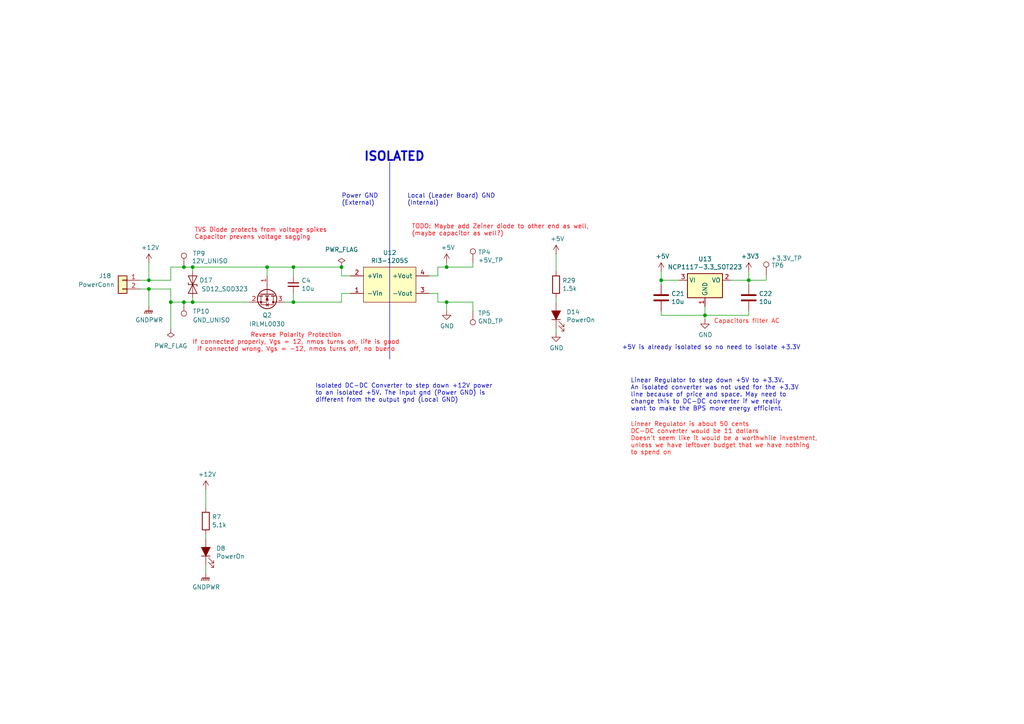
<source format=kicad_sch>
(kicad_sch (version 20231120) (generator "eeschema") (generator_version "8.0")
  (paper "A4")
  (lib_symbols
    (symbol "Connector:TestPoint" (pin_numbers hide) (pin_names (offset 0.762) hide)
      (property "Reference" "TP" (at 0 6.858 0))
      (property "Value" "TestPoint" (at 0 5.08 0))
      (symbol "TestPoint_0_1"
        (circle (center 0 3.302) (radius 0.762))
      )
      (symbol "TestPoint_1_1"
        (pin passive line (at 0 0 90) (length 2.54) (name "1") (number "1"))
      )
    )
    (symbol "Connector_Generic:Conn_01x02" (pin_names (offset 1.016) hide)
      (property "Reference" "J" (at 0 2.54 0))
      (property "Value" "Conn_01x02" (at 0 -5.08 0))
      (symbol "Conn_01x02_1_1"
        (rectangle (start -1.27 -2.413) (end 0 -2.667) (stroke (width 0.1524)))
        (rectangle (start -1.27 0.127) (end 0 -0.127) (stroke (width 0.1524)))
        (rectangle (start -1.27 1.27) (end 1.27 -3.81) (stroke (width 0.254)) (fill (type background)))
        (pin passive line (at -5.08 0 0) (length 3.81) (name "Pin_1") (number "1"))
        (pin passive line (at -5.08 -2.54 0) (length 3.81) (name "Pin_2") (number "2"))
      )
    )
    (symbol "Dashboard-rescue:RI3-1205S-utsvt-power-regulators" (pin_names (offset 1.016))
      (property "Reference" "U" (at 0 3.81 0))
      (property "Value" "RI3-1205S-utsvt-power-regulators" (at 0 1.27 0))
      (symbol "RI3-1205S-utsvt-power-regulators_0_1"
        (rectangle (start -7.62 0) (end 7.62 -10.16) (fill (type background)))
      )
      (symbol "RI3-1205S-utsvt-power-regulators_1_1"
        (pin input line (at -11.43 -7.62 0) (length 3.81) (name "-Vin") (number "1"))
        (pin power_in line (at -11.43 -2.54 0) (length 3.81) (name "+Vin") (number "2"))
        (pin power_out line (at 11.43 -7.62 180) (length 3.81) (name "-Vout") (number "3"))
        (pin power_out line (at 11.43 -2.54 180) (length 3.81) (name "+Vout") (number "4"))
      )
    )
    (symbol "Device:C" (pin_numbers hide) (pin_names (offset 0.254))
      (property "Reference" "C" (at 0.635 2.54 0))
      (property "Value" "C" (at 0.635 -2.54 0))
      (symbol "C_0_1"
        (polyline (pts (xy -2.032 -0.762) (xy 2.032 -0.762)) (stroke (width 0.508)))
        (polyline (pts (xy -2.032 0.762) (xy 2.032 0.762)) (stroke (width 0.508)))
      )
      (symbol "C_1_1"
        (pin passive line (at 0 3.81 270) (length 2.794) (name "~") (number "1"))
        (pin passive line (at 0 -3.81 90) (length 2.794) (name "~") (number "2"))
      )
    )
    (symbol "Device:C_Small" (pin_numbers hide) (pin_names (offset 0.254) hide)
      (property "Reference" "C" (at 0.254 1.778 0))
      (property "Value" "C_Small" (at 0.254 -2.032 0))
      (symbol "C_Small_0_1"
        (polyline (pts (xy -1.524 -0.508) (xy 1.524 -0.508)) (stroke (width 0.3302)))
        (polyline (pts (xy -1.524 0.508) (xy 1.524 0.508)) (stroke (width 0.3048)))
      )
      (symbol "C_Small_1_1"
        (pin passive line (at 0 2.54 270) (length 2.032) (name "~") (number "1"))
        (pin passive line (at 0 -2.54 90) (length 2.032) (name "~") (number "2"))
      )
    )
    (symbol "Device:LED_ALT" (pin_numbers hide) (pin_names (offset 1.016) hide)
      (property "Reference" "D" (at 0 2.54 0))
      (property "Value" "Device_LED_ALT" (at 0 -2.54 0))
      (symbol "LED_ALT_0_1"
        (polyline (pts (xy -1.27 -1.27) (xy -1.27 1.27)) (stroke (width 0.2032)))
        (polyline (pts (xy -1.27 0) (xy 1.27 0)))
        (polyline (pts (xy 1.27 -1.27) (xy 1.27 1.27) (xy -1.27 0) (xy 1.27 -1.27)) (stroke (width 0.2032)) (fill (type outline)))
        (polyline (pts (xy -3.048 -0.762) (xy -4.572 -2.286) (xy -3.81 -2.286) (xy -4.572 -2.286) (xy -4.572 -1.524)))
        (polyline (pts (xy -1.778 -0.762) (xy -3.302 -2.286) (xy -2.54 -2.286) (xy -3.302 -2.286) (xy -3.302 -1.524)))
      )
      (symbol "LED_ALT_1_1"
        (pin passive line (at -3.81 0 0) (length 2.54) (name "K") (number "1"))
        (pin passive line (at 3.81 0 180) (length 2.54) (name "A") (number "2"))
      )
    )
    (symbol "Device:R" (pin_numbers hide) (pin_names (offset 0))
      (property "Reference" "R" (at 2.032 0 90))
      (property "Value" "R" (at 0 0 90))
      (symbol "R_0_1"
        (rectangle (start -1.016 -2.54) (end 1.016 2.54) (stroke (width 0.254)))
      )
      (symbol "R_1_1"
        (pin passive line (at 0 3.81 270) (length 1.27) (name "~") (number "1"))
        (pin passive line (at 0 -3.81 90) (length 1.27) (name "~") (number "2"))
      )
    )
    (symbol "Diode:SD12_SOD323" (pin_numbers hide) (pin_names (offset 1.016) hide)
      (property "Reference" "D" (at 0 2.54 0))
      (property "Value" "SD12_SOD323" (at 0 -2.54 0))
      (symbol "SD12_SOD323_0_1"
        (polyline (pts (xy 1.27 0) (xy -1.27 0)))
        (polyline (pts (xy -2.54 -1.27) (xy 0 0) (xy -2.54 1.27) (xy -2.54 -1.27)) (stroke (width 0.2032)))
        (polyline (pts (xy 0.508 1.27) (xy 0 1.27) (xy 0 -1.27) (xy -0.508 -1.27)) (stroke (width 0.2032)))
        (polyline (pts (xy 2.54 1.27) (xy 2.54 -1.27) (xy 0 0) (xy 2.54 1.27)) (stroke (width 0.2032)))
      )
      (symbol "SD12_SOD323_1_1"
        (pin passive line (at -3.81 0 0) (length 2.54) (name "A1") (number "1"))
        (pin passive line (at 3.81 0 180) (length 2.54) (name "A2") (number "2"))
      )
    )
    (symbol "Regulator_Linear:LD1117S33TR_SOT223"
      (property "Reference" "U" (at -3.81 3.175 0))
      (property "Value" "LD1117S33TR_SOT223" (at 0 3.175 0))
      (symbol "LD1117S33TR_SOT223_0_1"
        (rectangle (start -5.08 -5.08) (end 5.08 1.905) (stroke (width 0.254)) (fill (type background)))
      )
      (symbol "LD1117S33TR_SOT223_1_1"
        (pin power_in line (at 0 -7.62 90) (length 2.54) (name "GND") (number "1"))
        (pin power_out line (at 7.62 0 180) (length 2.54) (name "VO") (number "2"))
        (pin power_in line (at -7.62 0 0) (length 2.54) (name "VI") (number "3"))
      )
    )
    (symbol "Transistor_FET:IRLML0030" (pin_names hide)
      (property "Reference" "Q" (at 5.08 1.905 0))
      (property "Value" "IRLML0030" (at 5.08 0 0))
      (symbol "IRLML0030_0_1"
        (polyline (pts (xy 0.254 0) (xy -2.54 0)))
        (polyline (pts (xy 0.254 1.905) (xy 0.254 -1.905)) (stroke (width 0.254)))
        (polyline (pts (xy 0.762 -1.27) (xy 0.762 -2.286)) (stroke (width 0.254)))
        (polyline (pts (xy 0.762 0.508) (xy 0.762 -0.508)) (stroke (width 0.254)))
        (polyline (pts (xy 0.762 2.286) (xy 0.762 1.27)) (stroke (width 0.254)))
        (polyline (pts (xy 2.54 2.54) (xy 2.54 1.778)))
        (polyline (pts (xy 2.54 -2.54) (xy 2.54 0) (xy 0.762 0)))
        (polyline (pts (xy 0.762 -1.778) (xy 3.302 -1.778) (xy 3.302 1.778) (xy 0.762 1.778)))
        (polyline (pts (xy 1.016 0) (xy 2.032 0.381) (xy 2.032 -0.381) (xy 1.016 0)) (fill (type outline)))
        (polyline (pts (xy 2.794 0.508) (xy 2.921 0.381) (xy 3.683 0.381) (xy 3.81 0.254)))
        (polyline (pts (xy 3.302 0.381) (xy 2.921 -0.254) (xy 3.683 -0.254) (xy 3.302 0.381)))
        (circle (center 1.651 0) (radius 2.794) (stroke (width 0.254)))
        (circle (center 2.54 -1.778) (radius 0.254) (fill (type outline)))
        (circle (center 2.54 1.778) (radius 0.254) (fill (type outline)))
      )
      (symbol "IRLML0030_1_1"
        (pin input line (at -5.08 0 0) (length 2.54) (name "G") (number "1"))
        (pin passive line (at 2.54 -5.08 90) (length 2.54) (name "S") (number "2"))
        (pin passive line (at 2.54 5.08 270) (length 2.54) (name "D") (number "3"))
      )
    )
    (symbol "power:+12V" (power) (pin_numbers hide) (pin_names (offset 0) hide)
      (property "Value" "+12V" (at 0 3.556 0))
      (symbol "+12V_0_1"
        (polyline (pts (xy -0.762 1.27) (xy 0 2.54)))
        (polyline (pts (xy 0 0) (xy 0 2.54)))
        (polyline (pts (xy 0 2.54) (xy 0.762 1.27)))
      )
      (symbol "+12V_1_1"
        (pin power_in line (at 0 0 90) (length 0) (name "~") (number "1"))
      )
    )
    (symbol "power:+3.3V" (power) (pin_numbers hide) (pin_names (offset 0) hide)
      (property "Value" "+3.3V" (at 0 3.556 0))
      (symbol "+3.3V_0_1"
        (polyline (pts (xy -0.762 1.27) (xy 0 2.54)))
        (polyline (pts (xy 0 0) (xy 0 2.54)))
        (polyline (pts (xy 0 2.54) (xy 0.762 1.27)))
      )
      (symbol "+3.3V_1_1"
        (pin power_in line (at 0 0 90) (length 0) (name "~") (number "1"))
      )
    )
    (symbol "power:+5V" (power) (pin_numbers hide) (pin_names (offset 0) hide)
      (property "Value" "+5V" (at 0 3.556 0))
      (symbol "+5V_0_1"
        (polyline (pts (xy -0.762 1.27) (xy 0 2.54)))
        (polyline (pts (xy 0 0) (xy 0 2.54)))
        (polyline (pts (xy 0 2.54) (xy 0.762 1.27)))
      )
      (symbol "+5V_1_1"
        (pin power_in line (at 0 0 90) (length 0) (name "~") (number "1"))
      )
    )
    (symbol "power:GND" (power) (pin_numbers hide) (pin_names (offset 0) hide)
      (property "Value" "GND" (at 0 -3.81 0))
      (symbol "GND_0_1"
        (polyline (pts (xy 0 0) (xy 0 -1.27) (xy 1.27 -1.27) (xy 0 -2.54) (xy -1.27 -1.27) (xy 0 -1.27)))
      )
      (symbol "GND_1_1"
        (pin power_in line (at 0 0 270) (length 0) (name "~") (number "1"))
      )
    )
    (symbol "power:GNDPWR" (power) (pin_numbers hide) (pin_names (offset 0) hide)
      (property "Value" "GNDPWR" (at 0 -3.302 0))
      (symbol "GNDPWR_0_1"
        (polyline (pts (xy 0 -1.27) (xy 0 0)))
        (polyline (pts (xy -1.016 -1.27) (xy -1.27 -2.032) (xy -1.27 -2.032)) (stroke (width 0.2032)))
        (polyline (pts (xy -0.508 -1.27) (xy -0.762 -2.032) (xy -0.762 -2.032)) (stroke (width 0.2032)))
        (polyline (pts (xy 0 -1.27) (xy -0.254 -2.032) (xy -0.254 -2.032)) (stroke (width 0.2032)))
        (polyline (pts (xy 0.508 -1.27) (xy 0.254 -2.032) (xy 0.254 -2.032)) (stroke (width 0.2032)))
        (polyline (pts (xy 1.016 -1.27) (xy -1.016 -1.27) (xy -1.016 -1.27)) (stroke (width 0.2032)))
        (polyline (pts (xy 1.016 -1.27) (xy 0.762 -2.032) (xy 0.762 -2.032) (xy 0.762 -2.032)) (stroke (width 0.2032)))
      )
      (symbol "GNDPWR_1_1"
        (pin power_in line (at 0 0 270) (length 0) (name "~") (number "1"))
      )
    )
    (symbol "power:PWR_FLAG" (power) (pin_numbers hide) (pin_names (offset 0) hide)
      (property "Value" "PWR_FLAG" (at 0 3.81 0))
      (symbol "PWR_FLAG_0_0"
        (pin power_out line (at 0 0 90) (length 0) (name "~") (number "1"))
      )
      (symbol "PWR_FLAG_0_1"
        (polyline (pts (xy 0 0) (xy 0 1.27) (xy -1.016 1.905) (xy 0 2.54) (xy 1.016 1.905) (xy 0 1.27)))
      )
    )
  )
  (junction (at 85.09 87.63))
  (junction (at 77.47 77.47))
  (junction (at 191.77 81.28))
  (junction (at 99.06 77.47))
  (junction (at 43.18 81.28))
  (junction (at 129.54 77.47))
  (junction (at 204.47 91.44))
  (junction (at 43.18 83.82))
  (junction (at 55.88 87.63))
  (junction (at 53.34 87.63))
  (junction (at 129.54 87.63))
  (junction (at 49.53 87.63))
  (junction (at 53.34 77.47))
  (junction (at 55.88 77.47))
  (junction (at 85.09 77.47))
  (junction (at 217.17 81.28))
  (wire (pts (xy 191.77 81.28) (xy 191.77 82.55)))
  (wire (pts (xy 161.29 87.63) (xy 161.29 86.36)))
  (wire (pts (xy 82.55 87.63) (xy 85.09 87.63)))
  (wire (pts (xy 77.47 77.47) (xy 85.09 77.47)))
  (wire (pts (xy 85.09 87.63) (xy 99.06 87.63)))
  (wire (pts (xy 191.77 78.74) (xy 191.77 81.28)))
  (wire (pts (xy 85.09 77.47) (xy 99.06 77.47)))
  (wire (pts (xy 129.54 90.17) (xy 129.54 87.63)))
  (wire (pts (xy 204.47 88.9) (xy 204.47 91.44)))
  (wire (pts (xy 49.53 77.47) (xy 53.34 77.47)))
  (wire (pts (xy 124.46 85.09) (xy 127 85.09)))
  (wire (pts (xy 59.69 163.83) (xy 59.69 166.37)))
  (wire (pts (xy 127 87.63) (xy 129.54 87.63)))
  (wire (pts (xy 127 85.09) (xy 127 87.63)))
  (wire (pts (xy 55.88 87.63) (xy 72.39 87.63)))
  (wire (pts (xy 77.47 77.47) (xy 77.47 80.01)))
  (wire (pts (xy 127 77.47) (xy 129.54 77.47)))
  (wire (pts (xy 124.46 80.01) (xy 127 80.01)))
  (wire (pts (xy 204.47 91.44) (xy 217.17 91.44)))
  (wire (pts (xy 49.53 83.82) (xy 49.53 87.63)))
  (wire (pts (xy 212.09 81.28) (xy 217.17 81.28)))
  (wire (pts (xy 129.54 76.2) (xy 129.54 77.47)))
  (wire (pts (xy 217.17 78.74) (xy 217.17 81.28)))
  (wire (pts (xy 99.06 77.47) (xy 99.06 80.01)))
  (wire (pts (xy 49.53 81.28) (xy 43.18 81.28)))
  (wire (pts (xy 137.16 87.63) (xy 129.54 87.63)))
  (wire (pts (xy 222.25 81.28) (xy 217.17 81.28)))
  (wire (pts (xy 49.53 83.82) (xy 43.18 83.82)))
  (wire (pts (xy 43.18 76.2) (xy 43.18 81.28)))
  (wire (pts (xy 49.53 87.63) (xy 53.34 87.63)))
  (wire (pts (xy 43.18 83.82) (xy 43.18 88.9)))
  (wire (pts (xy 53.34 87.63) (xy 55.88 87.63)))
  (wire (pts (xy 191.77 91.44) (xy 204.47 91.44)))
  (wire (pts (xy 217.17 81.28) (xy 217.17 82.55)))
  (wire (pts (xy 204.47 91.44) (xy 204.47 92.71)))
  (wire (pts (xy 59.69 141.986) (xy 59.69 147.32)))
  (wire (pts (xy 40.64 83.82) (xy 43.18 83.82)))
  (wire (pts (xy 99.06 85.09) (xy 99.06 87.63)))
  (wire (pts (xy 196.85 81.28) (xy 191.77 81.28)))
  (wire (pts (xy 127 80.01) (xy 127 77.47)))
  (wire (pts (xy 49.53 77.47) (xy 49.53 81.28)))
  (wire (pts (xy 55.88 87.63) (xy 55.88 86.36)))
  (wire (pts (xy 53.34 77.47) (xy 55.88 77.47)))
  (wire (pts (xy 137.16 90.17) (xy 137.16 87.63)))
  (wire (pts (xy 49.53 87.63) (xy 49.53 95.25)))
  (wire (pts (xy 40.64 81.28) (xy 43.18 81.28)))
  (wire (pts (xy 85.09 77.47) (xy 85.09 80.01)))
  (wire (pts (xy 55.88 77.47) (xy 55.88 78.74)))
  (wire (pts (xy 85.09 85.09) (xy 85.09 87.63)))
  (wire (pts (xy 55.88 77.47) (xy 77.47 77.47)))
  (wire (pts (xy 191.77 90.17) (xy 191.77 91.44)))
  (wire (pts (xy 99.06 80.01) (xy 101.6 80.01)))
  (wire (pts (xy 137.16 76.2) (xy 137.16 77.47)))
  (polyline (pts (xy 113.03 46.99) (xy 113.03 104.14)))
  (wire (pts (xy 217.17 91.44) (xy 217.17 90.17)))
  (wire (pts (xy 59.69 156.21) (xy 59.69 154.94)))
  (wire (pts (xy 161.29 96.52) (xy 161.29 95.25)))
  (wire (pts (xy 99.06 85.09) (xy 101.6 85.09)))
  (wire (pts (xy 161.29 73.66) (xy 161.29 78.74)))
  (wire (pts (xy 129.54 77.47) (xy 137.16 77.47)))
  (wire (pts (xy 222.25 80.01) (xy 222.25 81.28)))
  (text "Isolated DC-DC Converter to step down +12V power\nto an isolated +5V. The input gnd (Power GND) is\ndifferent from the output gnd (Local GND)" (at 91.44 116.84 0) (effects (font (size 1.27 1.27)) (justify left bottom)))
  (text "TODO: Maybe add Zeiner diode to other end as well,\n(maybe capacitor as well?)" (at 119.38 68.58 0) (effects (font (size 1.27 1.27)) (justify left bottom)))
  (text "Linear Regulator to step down +5V to +3.3V.\nAn isolated converter was not used for the +3.3V\nline because of price and space. May need to\nchange this to DC-DC converter if we really\nwant to make the BPS more energy efficient." (at 182.88 119.38 0) (effects (font (size 1.27 1.27)) (justify left bottom)))
  (text "Local (Leader Board) GND\n(Internal)" (at 118.11 59.69 0) (effects (font (size 1.27 1.27)) (justify left bottom)))
  (text "Linear Regulator is about 50 cents\nDC-DC converter would be 11 dollars\nDoesn't seem like it would be a worthwhile investment, \nunless we have leftover budget that we have nothing\nto spend on\n" (at 182.88 132.08 0) (effects (font (size 1.27 1.27)) (justify left bottom)))
  (text "+5V is already isolated so no need to isolate +3.3V" (at 180.34 101.6 0) (effects (font (size 1.27 1.27)) (justify left bottom)))
  (text "Power GND\n(External)" (at 99.06 59.69 0) (effects (font (size 1.27 1.27)) (justify left bottom)))
  (text "ISOLATED" (at 105.41 46.99 0) (effects (font (size 2.54 2.54) (thickness 0.508) (bold yes)) (justify left bottom)))
  (text "TVS Diode protects from voltage spikes\nCapacitor prevens voltage sagging\n" (at 56.388 69.596 0) (effects (font (size 1.27 1.27)) (justify left bottom)))
  (text "Capacitors filter AC" (at 207.01 93.98 0) (effects (font (size 1.27 1.27)) (justify left bottom)))
  (text "Reverse Polarity Protection\nIf connected properly, Vgs = 12, nmos turns on, life is good\nIf connected wrong, Vgs = -12, nmos turns off, no bueno" (at 85.852 99.314 0) (effects (font (size 1.27 1.27))))
  (symbol (lib_id "power:+12V") (at 43.18 76.2 0) (unit 1)
    (property "Reference" "#PWR078" (effects (hide yes)))
    (property "Value" "+12V" (at 43.561 71.8058 0))
    (property "Description" "Power symbol creates a global label with name \"+12V\"" (effects (hide yes)))
  )
  (symbol (lib_id "power:+5V") (at 129.54 76.2 0) (unit 1)
    (property "Reference" "#PWR080" (effects (hide yes)))
    (property "Value" "+5V" (at 129.921 71.8058 0))
    (property "Description" "Power symbol creates a global label with name \"+5V\"" (effects (hide yes)))
  )
  (symbol (lib_id "Connector:TestPoint") (at 137.16 76.2 0) (unit 1)
    (property "Reference" "TP4" (at 138.6332 73.152 0) (effects (justify left)))
    (property "Value" "+5V_TP" (at 138.6332 75.4634 0) (effects (justify left)))
    (property "Footprint" "TestPoint:TestPoint_Pad_1.5x1.5mm" (effects (hide yes)))
    (property "Description" "test point" (effects (hide yes)))
  )
  (symbol (lib_id "Connector:TestPoint") (at 137.16 90.17 180) (unit 1)
    (property "Reference" "TP5" (at 138.6332 90.8558 0) (effects (justify right)))
    (property "Value" "GND_TP" (at 138.6332 93.1672 0) (effects (justify right)))
    (property "Footprint" "TestPoint:TestPoint_Pad_1.5x1.5mm" (effects (hide yes)))
    (property "Description" "test point" (effects (hide yes)))
  )
  (symbol (lib_id "Dashboard-rescue:RI3-1205S-utsvt-power-regulators") (at 113.03 77.47 0) (unit 1)
    (property "Reference" "U12" (at 113.03 73.279 0))
    (property "Value" "RI3-1205S" (at 113.03 75.5904 0))
    (property "Footprint" "UTSVT_ICs:RI3_DC_Converter" (effects (hide yes)))
  )
  (symbol (lib_id "power:GND") (at 129.54 90.17 0) (unit 1)
    (property "Reference" "#PWR081" (effects (hide yes)))
    (property "Value" "GND" (at 129.667 94.5642 0))
    (property "Description" "Power symbol creates a global label with name \"GND\" , ground" (effects (hide yes)))
  )
  (symbol (lib_id "power:GNDPWR") (at 43.18 88.9 0) (unit 1)
    (property "Reference" "#PWR079" (effects (hide yes)))
    (property "Value" "GNDPWR" (at 43.2816 92.8116 0))
    (property "Description" "Power symbol creates a global label with name \"GNDPWR\" , global ground" (effects (hide yes)))
  )
  (symbol (lib_id "power:GND") (at 161.29 96.52 0) (unit 1)
    (property "Reference" "#PWR083" (effects (hide yes)))
    (property "Value" "GND" (at 161.417 100.9142 0))
    (property "Description" "Power symbol creates a global label with name \"GND\" , ground" (effects (hide yes)))
  )
  (symbol (lib_id "Device:LED_ALT") (at 161.29 91.44 90) (unit 1)
    (property "Reference" "D14" (at 164.2872 90.4748 90) (effects (justify right)))
    (property "Value" "PowerOn" (at 164.2872 92.7862 90) (effects (justify right)))
    (property "Footprint" "LED_SMD:LED_0805_2012Metric" (effects (hide yes)))
    (property "Color" "Green" (effects (hide yes)))
    (property "P/N" "APTD2012LCGCK" (effects (hide yes)))
  )
  (symbol (lib_id "Device:R") (at 161.29 82.55 0) (unit 1)
    (property "Reference" "R29" (at 163.068 81.3816 0) (effects (justify left)))
    (property "Value" "1.5k" (at 163.068 83.693 0) (effects (justify left)))
    (property "Footprint" "Resistor_SMD:R_0805_2012Metric" (effects (hide yes)))
    (property "Description" "Resistor" (effects (hide yes)))
  )
  (symbol (lib_id "power:+5V") (at 161.29 73.66 0) (unit 1)
    (property "Reference" "#PWR082" (effects (hide yes)))
    (property "Value" "+5V" (at 161.671 69.2658 0))
    (property "Description" "Power symbol creates a global label with name \"+5V\"" (effects (hide yes)))
  )
  (symbol (lib_id "power:+5V") (at 191.77 78.74 0) (unit 1)
    (property "Reference" "#PWR084" (effects (hide yes)))
    (property "Value" "+5V" (at 192.151 74.3458 0))
    (property "Description" "Power symbol creates a global label with name \"+5V\"" (effects (hide yes)))
  )
  (symbol (lib_id "Regulator_Linear:LD1117S33TR_SOT223") (at 204.47 81.28 0) (unit 1)
    (property "Reference" "U13" (at 204.47 75.1332 0))
    (property "Value" "NCP1117-3.3_SOT223" (at 204.47 77.4446 0))
    (property "Footprint" "Package_TO_SOT_SMD:SOT-223-3_TabPin2" (effects (hide yes)))
    (property "Datasheet" "http://www.st.com/st-web-ui/static/active/en/resource/technical/document/datasheet/CD00000544.pdf" (effects (hide yes)))
    (property "Description" "800mA Fixed Low Drop Positive Voltage Regulator, Fixed Output 3.3V, SOT-223" (effects (hide yes)))
  )
  (symbol (lib_id "Device:C") (at 191.77 86.36 0) (unit 1)
    (property "Reference" "C21" (at 194.691 85.1916 0) (effects (justify left)))
    (property "Value" "10u" (at 194.691 87.503 0) (effects (justify left)))
    (property "Footprint" "Capacitor_SMD:C_0805_2012Metric" (effects (hide yes)))
    (property "Description" "Unpolarized capacitor" (effects (hide yes)))
  )
  (symbol (lib_id "Device:C") (at 217.17 86.36 0) (unit 1)
    (property "Reference" "C22" (at 220.091 85.1916 0) (effects (justify left)))
    (property "Value" "10u" (at 220.091 87.503 0) (effects (justify left)))
    (property "Footprint" "Capacitor_SMD:C_0805_2012Metric" (effects (hide yes)))
    (property "Description" "Unpolarized capacitor" (effects (hide yes)))
  )
  (symbol (lib_id "power:GND") (at 204.47 92.71 0) (unit 1)
    (property "Reference" "#PWR085" (effects (hide yes)))
    (property "Value" "GND" (at 204.597 97.1042 0))
    (property "Description" "Power symbol creates a global label with name \"GND\" , ground" (effects (hide yes)))
  )
  (symbol (lib_id "power:+3.3V") (at 217.17 78.74 0) (unit 1)
    (property "Reference" "#PWR086" (effects (hide yes)))
    (property "Value" "+3V3" (at 217.551 74.3458 0))
    (property "Description" "Power symbol creates a global label with name \"+3.3V\"" (effects (hide yes)))
  )
  (symbol (lib_id "Connector:TestPoint") (at 222.25 80.01 0) (unit 1)
    (property "Reference" "TP6" (at 223.7232 76.962 0) (effects (justify left)))
    (property "Value" "+3.3V_TP" (at 223.52 74.93 0) (effects (justify left)))
    (property "Footprint" "TestPoint:TestPoint_Pad_1.5x1.5mm" (effects (hide yes)))
    (property "Description" "test point" (effects (hide yes)))
  )
  (symbol (lib_id "Connector_Generic:Conn_01x02") (at 35.56 81.28 0) (mirror y) (unit 1)
    (property "Reference" "J18" (at 30.48 80.01 0))
    (property "Value" "PowerConn" (at 27.94 82.55 0))
    (property "Footprint" "UTSVT_Connectors:Molex_MicroFit3.0_1x2xP3.00mm_PolarizingPeg_Vertical" (effects (hide yes)))
    (property "Description" "Generic connector, single row, 01x02, script generated (kicad-library-utils/schlib/autogen/connector/)" (effects (hide yes)))
  )
  (symbol (lib_id "Device:LED_ALT") (at 59.69 160.02 90) (unit 1)
    (property "Reference" "D8" (at 62.6872 159.0548 90) (effects (justify right)))
    (property "Value" "PowerOn" (at 62.6872 161.3662 90) (effects (justify right)))
    (property "Footprint" "LED_SMD:LED_0805_2012Metric" (effects (hide yes)))
    (property "Color" "Green" (effects (hide yes)))
    (property "P/N" "APTD2012LCGCK" (effects (hide yes)))
  )
  (symbol (lib_id "Device:R") (at 59.69 151.13 0) (unit 1)
    (property "Reference" "R7" (at 61.468 149.9616 0) (effects (justify left)))
    (property "Value" "5.1k" (at 61.468 152.273 0) (effects (justify left)))
    (property "Footprint" "Resistor_SMD:R_0805_2012Metric" (effects (hide yes)))
    (property "Description" "Resistor" (effects (hide yes)))
  )
  (symbol (lib_id "Transistor_FET:IRLML0030") (at 77.47 85.09 270) (unit 1)
    (property "Reference" "Q2" (at 77.47 91.44 90))
    (property "Value" "IRLML0030" (at 77.47 93.98 90))
    (property "Footprint" "Package_TO_SOT_SMD:SOT-23" (effects (hide yes)))
    (property "Datasheet" "https://www.infineon.com/dgdl/irlml0030pbf.pdf?fileId=5546d462533600a401535664773825df" (effects (hide yes)))
    (property "Description" "5.3A Id, 30V Vds, 27mOhm Rds, N-Channel HEXFET Power MOSFET, SOT-23" (effects (hide yes)))
  )
  (symbol (lib_id "Diode:SD12_SOD323") (at 55.88 82.55 90) (unit 1)
    (property "Reference" "D17" (at 57.785 81.28 90) (effects (justify right)))
    (property "Value" "SD12_SOD323" (at 58.42 83.82 90) (effects (justify right)))
    (property "Footprint" "Diode_SMD:D_SOD-323" (effects (hide yes)))
    (property "Datasheet" "https://www.mouser.com/ProductDetail/Semtech/SD12C.TCT?qs=rBWM4%252BvDhIcn8cYIj7pElQ%3D%3D" (effects (hide yes)))
    (property "P/N" "SD12C.TCT" (effects (hide yes)))
  )
  (symbol (lib_id "Device:C_Small") (at 85.09 82.55 0) (unit 1)
    (property "Reference" "C4" (at 87.4268 81.3816 0) (effects (justify left)))
    (property "Value" "10u" (at 87.4268 83.693 0) (effects (justify left)))
    (property "Footprint" "Capacitor_SMD:C_0805_2012Metric" (effects (hide yes)))
    (property "Datasheet" "https://connect.kemet.com:7667/gateway/IntelliData-ComponentDocumentation/1.0/download/specsheet/C0805C105K3PACTU" (effects (hide yes)))
    (property "P/N" "C0805C105K3PACTU" (effects (hide yes)))
  )
  (symbol (lib_id "power:PWR_FLAG") (at 49.53 95.25 180) (unit 1)
    (property "Reference" "#FLG02" (effects (hide yes)))
    (property "Value" "PWR_FLAG" (at 49.53 100.33 0))
    (property "Description" "Special symbol for telling ERC where power comes from" (effects (hide yes)))
  )
  (symbol (lib_id "power:+12V") (at 59.69 141.986 0) (unit 1)
    (property "Reference" "#PWR0112" (effects (hide yes)))
    (property "Value" "+12V" (at 60.071 137.5918 0))
    (property "Description" "Power symbol creates a global label with name \"+12V\"" (effects (hide yes)))
  )
  (symbol (lib_id "Connector:TestPoint") (at 53.34 77.47 0) (unit 1)
    (property "Reference" "TP9" (at 55.88 73.533 0) (effects (justify left)))
    (property "Value" "12V_UNISO" (at 55.626 75.692 0) (effects (justify left)))
    (property "Footprint" "TestPoint:TestPoint_Keystone_5005-5009_Compact" (effects (hide yes)))
  )
  (symbol (lib_id "power:GNDPWR") (at 59.69 166.37 0) (unit 1)
    (property "Reference" "#PWR0111" (effects (hide yes)))
    (property "Value" "GNDPWR" (at 59.7916 170.2816 0))
    (property "Description" "Power symbol creates a global label with name \"GNDPWR\" , global ground" (effects (hide yes)))
  )
  (symbol (lib_id "Connector:TestPoint") (at 53.34 87.63 180) (unit 1)
    (property "Reference" "TP10" (at 55.88 90.297 0) (effects (justify right)))
    (property "Value" "GND_UNISO" (at 55.88 92.837 0) (effects (justify right)))
    (property "Footprint" "TestPoint:TestPoint_Keystone_5005-5009_Compact" (effects (hide yes)))
  )
  (symbol (lib_id "power:PWR_FLAG") (at 99.06 77.47 0) (unit 1)
    (property "Reference" "#FLG01" (effects (hide yes)))
    (property "Value" "PWR_FLAG" (at 99.06 72.39 0))
    (property "Description" "Special symbol for telling ERC where power comes from" (effects (hide yes)))
  )
)
</source>
